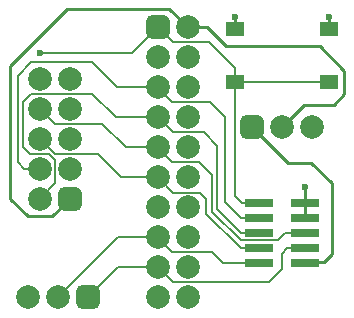
<source format=gtl>
G04*
G04 #@! TF.GenerationSoftware,Altium Limited,Altium Designer,19.0.15 (446)*
G04*
G04 Layer_Physical_Order=1*
G04 Layer_Color=255*
%FSLAX44Y44*%
%MOMM*%
G71*
G01*
G75*
%ADD10R,1.5500X1.3000*%
G04:AMPARAMS|DCode=11|XSize=0.76mm|YSize=2.4mm|CornerRadius=0.19mm|HoleSize=0mm|Usage=FLASHONLY|Rotation=270.000|XOffset=0mm|YOffset=0mm|HoleType=Round|Shape=RoundedRectangle|*
%AMROUNDEDRECTD11*
21,1,0.7600,2.0200,0,0,270.0*
21,1,0.3800,2.4000,0,0,270.0*
1,1,0.3800,-1.0100,-0.1900*
1,1,0.3800,-1.0100,0.1900*
1,1,0.3800,1.0100,0.1900*
1,1,0.3800,1.0100,-0.1900*
%
%ADD11ROUNDEDRECTD11*%
%ADD17C,0.1270*%
%ADD18C,0.2500*%
G04:AMPARAMS|DCode=19|XSize=2mm|YSize=2mm|CornerRadius=0.5mm|HoleSize=0mm|Usage=FLASHONLY|Rotation=180.000|XOffset=0mm|YOffset=0mm|HoleType=Round|Shape=RoundedRectangle|*
%AMROUNDEDRECTD19*
21,1,2.0000,1.0000,0,0,180.0*
21,1,1.0000,2.0000,0,0,180.0*
1,1,1.0000,-0.5000,0.5000*
1,1,1.0000,0.5000,0.5000*
1,1,1.0000,0.5000,-0.5000*
1,1,1.0000,-0.5000,-0.5000*
%
%ADD19ROUNDEDRECTD19*%
%ADD20C,2.0000*%
G04:AMPARAMS|DCode=21|XSize=2mm|YSize=2mm|CornerRadius=0.5mm|HoleSize=0mm|Usage=FLASHONLY|Rotation=270.000|XOffset=0mm|YOffset=0mm|HoleType=Round|Shape=RoundedRectangle|*
%AMROUNDEDRECTD21*
21,1,2.0000,1.0000,0,0,270.0*
21,1,1.0000,2.0000,0,0,270.0*
1,1,1.0000,-0.5000,-0.5000*
1,1,1.0000,-0.5000,0.5000*
1,1,1.0000,0.5000,0.5000*
1,1,1.0000,0.5000,-0.5000*
%
%ADD21ROUNDEDRECTD21*%
%ADD22C,0.6000*%
D10*
X319750Y227500D02*
D03*
X240250D02*
D03*
Y272500D02*
D03*
X319750D02*
D03*
D11*
X299500Y74600D02*
D03*
X260500D02*
D03*
X299500Y87300D02*
D03*
X260500D02*
D03*
X299500Y100000D02*
D03*
X260500D02*
D03*
X299500Y112700D02*
D03*
X260500D02*
D03*
X299500Y125400D02*
D03*
X260500D02*
D03*
D17*
X219000Y211000D02*
X232000Y198000D01*
Y126250D02*
Y198000D01*
Y126250D02*
X245550Y112700D01*
X260500D01*
X153050Y252750D02*
X174600Y274300D01*
X74600Y252750D02*
X153050D01*
X61400Y154600D02*
X74600D01*
X56000Y160000D02*
X61400Y154600D01*
X56000Y160000D02*
Y233000D01*
X67750Y244750D01*
X118750D01*
X140000Y223500D01*
X174600D01*
X138900Y198100D02*
X174600D01*
X119250Y217750D02*
X138900Y198100D01*
X67000Y217750D02*
X119250D01*
X60250Y211000D02*
X67000Y217750D01*
X60250Y173250D02*
Y211000D01*
Y173250D02*
X66250Y167250D01*
X82250D01*
X87750Y161750D01*
Y142350D02*
Y161750D01*
X74600Y129200D02*
X87750Y142350D01*
X74600Y205400D02*
X87250Y192750D01*
X127750D01*
X147800Y172700D01*
X174600D01*
X74600Y180000D02*
X87350Y167250D01*
X123750D01*
X143700Y147300D01*
X174600D01*
X140800Y96500D02*
X174600D01*
X90000Y45700D02*
X140800Y96500D01*
Y71100D02*
X174600D01*
X115400Y45700D02*
X140800Y71100D01*
X240250Y131000D02*
Y227500D01*
Y131000D02*
X245850Y125400D01*
X260500D01*
X174600Y274300D02*
X187150Y261750D01*
X218000D01*
X240250Y239500D01*
Y227500D02*
Y239500D01*
X279500Y82500D02*
X284300Y87300D01*
X279500Y69250D02*
Y82500D01*
X268750Y58500D02*
X279500Y69250D01*
X284300Y87300D02*
X299500D01*
X187200Y58500D02*
X268750D01*
X174600Y71100D02*
X187200Y58500D01*
X174600Y96500D02*
X187100Y84000D01*
X220250D01*
X229650Y74600D01*
X260500D01*
X209750Y160250D02*
X220500Y149500D01*
Y118250D02*
Y149500D01*
Y118250D02*
X245000Y93750D01*
X210250Y134250D02*
X215750Y128750D01*
Y116500D02*
Y128750D01*
Y116500D02*
X244950Y87300D01*
X187050Y160250D02*
X209750D01*
X174600Y172700D02*
X187050Y160250D01*
X245000Y93750D02*
X276250D01*
X282500Y100000D01*
X299500D01*
X187650Y134250D02*
X210250D01*
X174600Y147300D02*
X187650Y134250D01*
X244950Y87300D02*
X260500D01*
X174600Y198100D02*
X187450Y185250D01*
X213750D01*
X225000Y174000D01*
Y120500D02*
Y174000D01*
Y120500D02*
X245500Y100000D01*
X260500D01*
X174600Y223500D02*
X187100Y211000D01*
X219000D01*
X240250Y227500D02*
X319750D01*
D18*
Y272500D02*
Y282750D01*
X240250Y272500D02*
Y282750D01*
X64500Y114250D02*
X85050D01*
X100000Y129200D01*
X49500Y129250D02*
X64500Y114250D01*
X49500Y129250D02*
Y241250D01*
X98000Y289750D01*
X184550D01*
X200000Y274300D01*
X299500Y112700D02*
Y125400D01*
Y139000D01*
X322000Y82250D02*
Y142000D01*
X315250Y75500D02*
X322000Y82250D01*
X304250Y159750D02*
X322000Y142000D01*
X216450Y274300D02*
X232500Y258250D01*
X200000Y274300D02*
X216450D01*
X232500Y258250D02*
X312000D01*
X332750Y237500D01*
Y217500D02*
Y237500D01*
X324000Y208750D02*
X332750Y217500D01*
X298750Y208750D02*
X324000D01*
X280000Y190000D02*
X298750Y208750D01*
X300400Y75500D02*
X315250D01*
X299500Y74600D02*
X300400Y75500D01*
X284850Y159750D02*
X304250D01*
X254600Y190000D02*
X284850Y159750D01*
D19*
X115400Y45700D02*
D03*
X254600Y190000D02*
D03*
D20*
X90000Y45700D02*
D03*
X64600D02*
D03*
X280000Y190000D02*
D03*
X305400D02*
D03*
X200000Y274300D02*
D03*
X174600Y248900D02*
D03*
X200000D02*
D03*
X174600Y223500D02*
D03*
X200000D02*
D03*
X174600Y198100D02*
D03*
X200000D02*
D03*
X174600Y172700D02*
D03*
X200000D02*
D03*
X174600Y147300D02*
D03*
X200000D02*
D03*
X174600Y121900D02*
D03*
X200000D02*
D03*
X174600Y96500D02*
D03*
X200000D02*
D03*
X174600Y71100D02*
D03*
X200000D02*
D03*
X174600Y45700D02*
D03*
X200000D02*
D03*
X100000Y180000D02*
D03*
X74600Y154600D02*
D03*
X100000D02*
D03*
X74600Y129200D02*
D03*
Y180000D02*
D03*
X100000Y205400D02*
D03*
X74600D02*
D03*
X100000Y230800D02*
D03*
X74600D02*
D03*
D21*
X174600Y274300D02*
D03*
X100000Y129200D02*
D03*
D22*
X319750Y282750D02*
D03*
X240250D02*
D03*
X74600Y252750D02*
D03*
X299500Y139000D02*
D03*
M02*

</source>
